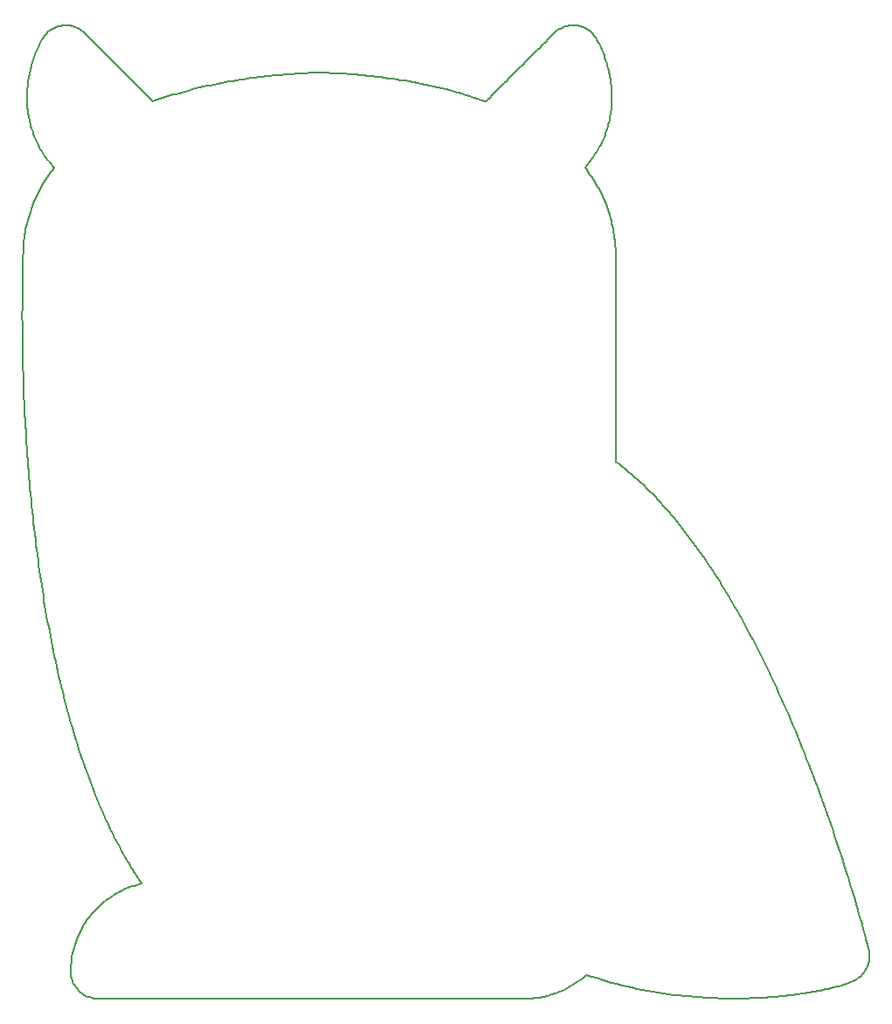
<source format=gm1>
G04 #@! TF.GenerationSoftware,KiCad,Pcbnew,7.0.2.1-36-g582732918d-dirty-deb11*
G04 #@! TF.CreationDate,2024-01-19T22:58:02+00:00*
G04 #@! TF.ProjectId,owlThief,6f776c54-6869-4656-962e-6b696361645f,rev?*
G04 #@! TF.SameCoordinates,Original*
G04 #@! TF.FileFunction,Profile,NP*
%FSLAX46Y46*%
G04 Gerber Fmt 4.6, Leading zero omitted, Abs format (unit mm)*
G04 Created by KiCad (PCBNEW 7.0.2.1-36-g582732918d-dirty-deb11) date 2024-01-19 22:58:02*
%MOMM*%
%LPD*%
G01*
G04 APERTURE LIST*
%ADD10C,0.200000*%
G04 #@! TA.AperFunction,Profile*
%ADD11C,0.200000*%
G04 #@! TD*
G04 APERTURE END LIST*
D10*
X187390259Y-29438955D02*
X187128690Y-29457352D01*
X186870884Y-29502626D01*
X186619098Y-29573580D01*
X186375591Y-29669020D01*
X186142620Y-29787751D01*
X185922445Y-29928578D01*
X185717322Y-30090307D01*
X185529512Y-30271741D01*
X185361271Y-30471687D01*
X185214858Y-30688950D01*
X185130492Y-30842822D01*
X237750000Y-43250000D02*
X237887214Y-43093033D01*
X238021279Y-42933313D01*
X238152146Y-42770913D01*
X238279763Y-42605906D01*
X238404081Y-42438366D01*
X238525048Y-42268364D01*
X238642615Y-42095974D01*
X238756730Y-41921268D01*
X238867344Y-41744320D01*
X238974406Y-41565203D01*
X239077866Y-41383989D01*
X239177673Y-41200752D01*
X239273777Y-41015564D01*
X239366126Y-40828498D01*
X239454672Y-40639627D01*
X239539364Y-40449025D01*
X239620150Y-40256763D01*
X239696981Y-40062915D01*
X239769806Y-39867554D01*
X239838574Y-39670753D01*
X239903236Y-39472585D01*
X239963741Y-39273122D01*
X240020039Y-39072438D01*
X240072078Y-38870605D01*
X240119809Y-38667697D01*
X240163181Y-38463786D01*
X240202144Y-38258945D01*
X240236647Y-38053247D01*
X240266639Y-37846766D01*
X240292072Y-37639573D01*
X240312893Y-37431742D01*
X240329053Y-37223347D01*
X191786168Y-123761921D02*
X193047995Y-123761812D01*
X194309823Y-123761734D01*
X195571652Y-123761682D01*
X196833480Y-123761654D01*
X198095309Y-123761647D01*
X199357139Y-123761657D01*
X200618968Y-123761681D01*
X201880798Y-123761717D01*
X203142628Y-123761760D01*
X204404458Y-123761809D01*
X205666288Y-123761860D01*
X206928118Y-123761910D01*
X208189948Y-123761956D01*
X209451779Y-123761994D01*
X210713609Y-123762022D01*
X211975439Y-123762037D01*
X213237268Y-123762035D01*
X214499098Y-123762013D01*
X215760928Y-123761969D01*
X217022757Y-123761899D01*
X218284586Y-123761800D01*
X219546414Y-123761669D01*
X220808243Y-123761503D01*
X222070070Y-123761300D01*
X223331898Y-123761054D01*
X224593725Y-123760765D01*
X225855551Y-123760428D01*
X227117377Y-123760041D01*
X228379202Y-123759600D01*
X229641027Y-123759103D01*
X230902851Y-123758545D01*
X232164675Y-123757926D01*
X245344003Y-75986389D02*
X245081106Y-75696328D01*
X244814890Y-75409280D01*
X244545357Y-75125330D01*
X244272508Y-74844561D01*
X243996346Y-74567057D01*
X243716873Y-74292904D01*
X243434091Y-74022186D01*
X243148003Y-73754987D01*
X242858610Y-73491391D01*
X242565915Y-73231484D01*
X242269919Y-72975349D01*
X241970625Y-72723070D01*
X241668036Y-72474733D01*
X241362153Y-72230422D01*
X241052978Y-71990221D01*
X240740515Y-71754215D01*
X215518251Y-34224659D02*
X215181124Y-34196468D01*
X214843769Y-34170367D01*
X214506209Y-34146517D01*
X214168471Y-34125082D01*
X213830579Y-34106225D01*
X213492559Y-34090110D01*
X213154435Y-34076900D01*
X212816232Y-34066759D01*
X212477976Y-34059848D01*
X212139691Y-34056333D01*
X211801403Y-34056376D01*
X211463137Y-34060140D01*
X211124917Y-34067789D01*
X210786770Y-34079487D01*
X210448719Y-34095395D01*
X210110790Y-34115679D01*
X228129394Y-36843670D02*
X227749132Y-36707069D01*
X227367573Y-36574575D01*
X226984757Y-36446130D01*
X226600726Y-36321677D01*
X226215519Y-36201159D01*
X225829176Y-36084518D01*
X225441739Y-35971697D01*
X225053248Y-35862638D01*
X224663742Y-35757284D01*
X224273263Y-35655577D01*
X223881851Y-35557460D01*
X223489546Y-35462876D01*
X223096389Y-35371768D01*
X222702420Y-35284077D01*
X222307680Y-35199747D01*
X221912209Y-35118720D01*
X221516047Y-35040938D01*
X221119236Y-34966345D01*
X220721814Y-34894882D01*
X220323824Y-34826493D01*
X219925304Y-34761120D01*
X219526296Y-34698706D01*
X219126840Y-34639193D01*
X218726977Y-34582524D01*
X218326746Y-34528641D01*
X217926189Y-34477487D01*
X217525346Y-34429005D01*
X217124257Y-34383137D01*
X216722962Y-34339825D01*
X216321503Y-34299014D01*
X215919919Y-34260644D01*
X215518251Y-34224659D01*
X185898321Y-42779856D02*
X186031714Y-42945755D01*
X186168648Y-43108753D01*
X186295752Y-43254656D01*
X238807341Y-30660553D02*
X238648418Y-30431773D01*
X238465220Y-30223375D01*
X238260514Y-30036645D01*
X238037067Y-29872873D01*
X237797647Y-29733349D01*
X237545019Y-29619359D01*
X237281952Y-29532194D01*
X237011211Y-29473143D01*
X236735565Y-29443493D01*
X236457781Y-29444534D01*
X236272770Y-29462916D01*
X184498973Y-79302892D02*
X184559794Y-79797091D01*
X184622177Y-80291133D01*
X184686152Y-80785002D01*
X184751749Y-81278685D01*
X184818997Y-81772168D01*
X184887928Y-82265435D01*
X184958569Y-82758473D01*
X185030952Y-83251267D01*
X185105106Y-83743804D01*
X185181062Y-84236068D01*
X185258848Y-84728046D01*
X185338495Y-85219723D01*
X185420032Y-85711086D01*
X185503490Y-86202119D01*
X185588898Y-86692808D01*
X185676287Y-87183139D01*
X185765686Y-87673099D01*
X185857124Y-88162672D01*
X185950633Y-88651844D01*
X186046241Y-89140601D01*
X186143979Y-89628929D01*
X186243876Y-90116814D01*
X186345962Y-90604240D01*
X186450268Y-91091195D01*
X186556823Y-91577663D01*
X186665656Y-92063630D01*
X186776799Y-92549083D01*
X186890280Y-93034006D01*
X187006129Y-93518386D01*
X187124377Y-94002208D01*
X187245053Y-94485458D01*
X187368188Y-94968122D01*
X183689849Y-36827816D02*
X183698581Y-37029601D01*
X183711454Y-37231127D01*
X183728442Y-37432318D01*
X183749522Y-37633099D01*
X183774666Y-37833392D01*
X183803851Y-38033123D01*
X183837051Y-38232215D01*
X183874240Y-38430593D01*
X183915394Y-38628179D01*
X183960488Y-38824900D01*
X184009497Y-39020678D01*
X184062394Y-39215437D01*
X184119155Y-39409103D01*
X184179756Y-39601598D01*
X184244170Y-39792847D01*
X184312372Y-39982774D01*
X184384338Y-40171303D01*
X184460042Y-40358359D01*
X184539460Y-40543864D01*
X184622565Y-40727744D01*
X184709332Y-40909922D01*
X184799738Y-41090322D01*
X184893755Y-41268869D01*
X184991360Y-41445487D01*
X185092527Y-41620099D01*
X185197231Y-41792630D01*
X185305447Y-41963003D01*
X185417149Y-42131144D01*
X185532313Y-42296975D01*
X185650913Y-42460421D01*
X185772924Y-42621407D01*
X185898321Y-42779856D01*
X183265079Y-61614467D02*
X183277839Y-62168629D01*
X183292275Y-62722745D01*
X183308386Y-63276809D01*
X183326170Y-63830817D01*
X183345625Y-64384765D01*
X183366752Y-64938649D01*
X183389549Y-65492464D01*
X183414015Y-66046206D01*
X183440149Y-66599870D01*
X183467949Y-67153452D01*
X183497414Y-67706949D01*
X183528544Y-68260355D01*
X183561338Y-68813667D01*
X183595793Y-69366880D01*
X183631910Y-69919990D01*
X183669687Y-70472992D01*
X183709122Y-71025882D01*
X183750216Y-71578656D01*
X183792966Y-72131310D01*
X183837371Y-72683839D01*
X183883431Y-73236239D01*
X183931145Y-73788505D01*
X183980511Y-74340634D01*
X184031528Y-74892621D01*
X184084195Y-75444462D01*
X184138511Y-75996152D01*
X184194474Y-76547688D01*
X184252085Y-77099064D01*
X184311341Y-77650277D01*
X184372242Y-78201322D01*
X184434786Y-78752195D01*
X184498973Y-79302892D01*
D11*
X187390259Y-29438950D02*
X187390259Y-29438950D01*
D10*
X186295752Y-43254656D02*
X186118703Y-43481554D01*
X185946665Y-43712170D01*
X185779676Y-43946385D01*
X185617773Y-44184085D01*
X185460996Y-44425150D01*
X185309383Y-44669464D01*
X185162972Y-44916910D01*
X185021801Y-45167372D01*
X184885909Y-45420731D01*
X184755334Y-45676871D01*
X184630115Y-45935675D01*
X184510289Y-46197025D01*
X184395895Y-46460806D01*
X184286971Y-46726899D01*
X184183556Y-46995188D01*
X184085688Y-47265555D01*
X183993405Y-47537884D01*
X183906746Y-47812057D01*
X183825749Y-48087958D01*
X183750453Y-48365469D01*
X183680894Y-48644473D01*
X183617113Y-48924854D01*
X183559147Y-49206494D01*
X183507035Y-49489276D01*
X183460815Y-49773083D01*
X183420525Y-50057799D01*
X183386203Y-50343305D01*
X183357889Y-50629485D01*
X183335620Y-50916223D01*
X183319434Y-51203400D01*
X183309370Y-51490900D01*
X183305467Y-51778606D01*
X210110790Y-34115679D02*
X209747784Y-34137092D01*
X209384869Y-34160653D01*
X209022065Y-34186378D01*
X208659392Y-34214288D01*
X208296870Y-34244399D01*
X207934519Y-34276731D01*
X207572359Y-34311302D01*
X207210411Y-34348131D01*
X206848696Y-34387236D01*
X206487232Y-34428636D01*
X206126041Y-34472348D01*
X205765142Y-34518392D01*
X205404555Y-34566786D01*
X205044302Y-34617548D01*
X204684402Y-34670697D01*
X204324875Y-34726252D01*
X203965742Y-34784231D01*
X203607023Y-34844652D01*
X203248737Y-34907534D01*
X202890906Y-34972895D01*
X202533549Y-35040754D01*
X202176686Y-35111129D01*
X201820338Y-35184039D01*
X201464526Y-35259502D01*
X201109268Y-35337537D01*
X200754586Y-35418163D01*
X200400499Y-35501397D01*
X200047028Y-35587258D01*
X199694193Y-35675765D01*
X199342015Y-35766935D01*
X198990512Y-35860789D01*
X198639707Y-35957344D01*
X240733927Y-51384552D02*
X240722822Y-51109282D01*
X240706023Y-50834348D01*
X240683571Y-50559852D01*
X240655504Y-50285898D01*
X240621862Y-50012586D01*
X240582685Y-49740020D01*
X240538011Y-49468301D01*
X240487879Y-49197532D01*
X240432330Y-48927815D01*
X240371403Y-48659253D01*
X240305137Y-48391947D01*
X240233572Y-48126000D01*
X240156746Y-47861515D01*
X240074699Y-47598594D01*
X239987471Y-47337338D01*
X239895101Y-47077850D01*
X239797629Y-46820233D01*
X239695093Y-46564589D01*
X239587533Y-46311020D01*
X239474989Y-46059628D01*
X239357499Y-45810516D01*
X239235104Y-45563786D01*
X239107843Y-45319541D01*
X238975754Y-45077882D01*
X238838878Y-44838911D01*
X238697253Y-44602732D01*
X238550920Y-44369446D01*
X238399918Y-44139156D01*
X238244285Y-43911964D01*
X238084061Y-43687973D01*
X237919286Y-43467284D01*
X237750000Y-43250000D01*
X189953411Y-123695259D02*
X190180169Y-123732771D01*
X190408209Y-123754761D01*
X190637222Y-123764821D01*
X190866902Y-123766544D01*
X191096943Y-123763522D01*
X191327039Y-123759350D01*
X191556882Y-123757618D01*
X191786168Y-123761921D01*
X237895208Y-121462831D02*
X238379576Y-121625295D01*
X238865850Y-121781528D01*
X239353959Y-121931560D01*
X239843830Y-122075421D01*
X240335392Y-122213142D01*
X240828571Y-122344754D01*
X241323296Y-122470286D01*
X241819496Y-122589770D01*
X242317097Y-122703236D01*
X242816028Y-122810714D01*
X243316217Y-122912235D01*
X243817591Y-123007830D01*
X244320078Y-123097529D01*
X244823607Y-123181362D01*
X245328105Y-123259360D01*
X245833500Y-123331554D01*
X246339720Y-123397973D01*
X246846693Y-123458650D01*
X247354347Y-123513613D01*
X247862610Y-123562894D01*
X248371409Y-123606523D01*
X248880673Y-123644530D01*
X249390330Y-123676947D01*
X249900306Y-123703803D01*
X250410531Y-123725129D01*
X250920933Y-123740956D01*
X251431438Y-123751314D01*
X251941975Y-123756234D01*
X252452472Y-123755745D01*
X252962857Y-123749880D01*
X253473057Y-123738667D01*
X253983002Y-123722139D01*
X192866930Y-109480617D02*
X192978442Y-109682642D01*
X193090981Y-109884103D01*
X193204560Y-110084983D01*
X193319196Y-110285264D01*
X193434902Y-110484928D01*
X193551693Y-110683958D01*
X193669585Y-110882335D01*
X193788592Y-111080043D01*
X193908729Y-111277063D01*
X194030011Y-111473378D01*
X194152452Y-111668969D01*
X194276068Y-111863821D01*
X194400873Y-112057913D01*
X194526883Y-112251230D01*
X194654112Y-112443753D01*
X194782575Y-112635465D01*
X198639707Y-35957344D02*
X198381007Y-36031430D01*
X198122781Y-36107177D01*
X197865060Y-36184643D01*
X197607880Y-36263882D01*
X197351274Y-36344950D01*
X197095275Y-36427904D01*
X196839918Y-36512800D01*
X196585235Y-36599694D01*
X196331262Y-36688641D01*
X196078031Y-36779698D01*
X195909640Y-36841603D01*
X252917543Y-86925727D02*
X252714624Y-86562206D01*
X252509966Y-86199524D01*
X252303524Y-85837736D01*
X252095254Y-85476897D01*
X251885113Y-85117065D01*
X251673057Y-84758295D01*
X251459042Y-84400643D01*
X251243024Y-84044165D01*
X251024960Y-83688917D01*
X250804805Y-83334955D01*
X250582517Y-82982335D01*
X250358051Y-82631112D01*
X250131363Y-82281343D01*
X249902410Y-81933084D01*
X249671148Y-81586391D01*
X249437534Y-81241319D01*
X249201522Y-80897925D01*
X248963071Y-80556265D01*
X248722135Y-80216394D01*
X248478672Y-79878369D01*
X248232636Y-79542245D01*
X247983986Y-79208079D01*
X247732676Y-78875926D01*
X247478663Y-78545842D01*
X247221904Y-78217884D01*
X246962354Y-77892107D01*
X246699969Y-77568568D01*
X246434707Y-77247322D01*
X246166523Y-76928425D01*
X245895373Y-76611933D01*
X245621215Y-76297902D01*
X245344003Y-75986389D01*
X262392387Y-122556151D02*
X262617521Y-122490091D01*
X262843831Y-122421353D01*
X263069714Y-122348106D01*
X263293565Y-122268517D01*
X263513780Y-122180755D01*
X263728755Y-122082987D01*
X263936886Y-121973382D01*
X264136569Y-121850107D01*
X264326199Y-121711330D01*
X264504173Y-121555220D01*
X264615555Y-121440612D01*
X234552178Y-30423671D02*
X234351330Y-30624179D01*
X234150496Y-30824696D01*
X233949674Y-31025222D01*
X233748864Y-31225758D01*
X233548065Y-31426302D01*
X233347278Y-31626855D01*
X233146502Y-31827416D01*
X232945736Y-32027986D01*
X232744981Y-32228564D01*
X232544235Y-32429149D01*
X232343497Y-32629742D01*
X232142769Y-32830343D01*
X231942049Y-33030951D01*
X231741337Y-33231567D01*
X231540633Y-33432189D01*
X231339935Y-33632818D01*
X231139244Y-33833454D01*
X230938559Y-34034097D01*
X230737881Y-34234745D01*
X230537207Y-34435400D01*
X230336539Y-34636061D01*
X230135875Y-34836727D01*
X229935215Y-35037399D01*
X229734559Y-35238077D01*
X229533906Y-35438759D01*
X229333256Y-35639447D01*
X229132609Y-35840140D01*
X228931963Y-36040837D01*
X228731319Y-36241539D01*
X228530677Y-36442245D01*
X228330035Y-36642955D01*
X228129394Y-36843670D01*
X253983002Y-123722139D02*
X254248356Y-123710242D01*
X254513724Y-123697138D01*
X254779086Y-123682788D01*
X255044425Y-123667156D01*
X255309723Y-123650203D01*
X255574962Y-123631893D01*
X255840126Y-123612187D01*
X256105194Y-123591048D01*
X256370151Y-123568438D01*
X256634979Y-123544321D01*
X256899658Y-123518657D01*
X257164173Y-123491411D01*
X257428504Y-123462543D01*
X257692635Y-123432017D01*
X257956547Y-123399796D01*
X258220223Y-123365840D01*
X258483644Y-123330114D01*
X258746794Y-123292579D01*
X259009654Y-123253198D01*
X259272206Y-123211933D01*
X259534434Y-123168747D01*
X259796318Y-123123602D01*
X260057841Y-123076460D01*
X260318986Y-123027285D01*
X260579735Y-122976038D01*
X260840070Y-122922682D01*
X261099973Y-122867179D01*
X261359426Y-122809492D01*
X261618411Y-122749583D01*
X261876912Y-122687415D01*
X262134910Y-122622950D01*
X262392387Y-122556151D01*
X260469929Y-103794911D02*
X260269547Y-103252811D01*
X260067288Y-102711340D01*
X259863108Y-102170530D01*
X259656966Y-101630415D01*
X259448819Y-101091028D01*
X259238625Y-100552404D01*
X259026344Y-100014575D01*
X258811931Y-99477576D01*
X258595346Y-98941439D01*
X258376546Y-98406199D01*
X258155490Y-97871890D01*
X257932134Y-97338543D01*
X257706438Y-96806194D01*
X257478359Y-96274876D01*
X257247856Y-95744623D01*
X257014885Y-95215467D01*
X256779405Y-94687443D01*
X256541374Y-94160585D01*
X256300750Y-93634925D01*
X256057491Y-93110498D01*
X255811555Y-92587336D01*
X255562900Y-92065474D01*
X255311484Y-91544946D01*
X255057264Y-91025784D01*
X254800199Y-90508023D01*
X254540246Y-89991696D01*
X254277364Y-89476836D01*
X254011511Y-88963477D01*
X253742644Y-88451653D01*
X253470722Y-87941398D01*
X253195702Y-87432744D01*
X252917543Y-86925727D01*
X264615555Y-121440612D02*
X264779855Y-121252667D01*
X264923528Y-121049806D01*
X265046207Y-120834136D01*
X265147523Y-120607761D01*
X265227108Y-120372787D01*
X265284593Y-120131320D01*
X265319610Y-119885464D01*
X265331792Y-119637326D01*
X265320770Y-119389011D01*
X265286175Y-119142624D01*
X265249835Y-118980478D01*
X185130492Y-30842822D02*
X184952020Y-31188187D01*
X184784544Y-31539203D01*
X184628234Y-31895479D01*
X184483261Y-32256624D01*
X184349795Y-32622247D01*
X184228006Y-32991957D01*
X184118065Y-33365362D01*
X184020142Y-33742073D01*
X183934407Y-34121697D01*
X183861031Y-34503844D01*
X183800184Y-34888123D01*
X183752037Y-35274144D01*
X183716759Y-35661514D01*
X183694522Y-36049843D01*
X183685495Y-36438741D01*
X183689849Y-36827816D01*
X183305467Y-51778606D02*
X183297487Y-52085905D01*
X183289853Y-52393215D01*
X183282575Y-52700535D01*
X183275659Y-53007865D01*
X183269116Y-53315203D01*
X183262954Y-53622550D01*
X183257182Y-53929904D01*
X183251809Y-54237265D01*
X183246842Y-54544633D01*
X183242291Y-54852006D01*
X183238166Y-55159385D01*
X183234473Y-55466768D01*
X183231223Y-55774155D01*
X183228423Y-56081546D01*
X183226083Y-56388939D01*
X183224211Y-56696335D01*
X183222817Y-57003732D01*
X183221908Y-57311130D01*
X183221493Y-57618528D01*
X183221582Y-57925926D01*
X183222183Y-58233324D01*
X183223305Y-58540720D01*
X183224955Y-58848113D01*
X183227145Y-59155505D01*
X183229881Y-59462893D01*
X183233172Y-59770277D01*
X183237028Y-60077656D01*
X183241457Y-60385031D01*
X183246468Y-60692400D01*
X183252069Y-60999762D01*
X183258270Y-61307118D01*
X183265079Y-61614467D01*
X187368188Y-94968122D02*
X187491872Y-95437847D01*
X187617989Y-95907086D01*
X187746606Y-96375783D01*
X187877790Y-96843882D01*
X188011609Y-97311327D01*
X188148130Y-97778063D01*
X188287421Y-98244032D01*
X188429549Y-98709180D01*
X188574581Y-99173450D01*
X188722585Y-99636786D01*
X188873627Y-100099132D01*
X189027777Y-100560432D01*
X189185100Y-101020631D01*
X189345665Y-101479672D01*
X189509538Y-101937499D01*
X189676788Y-102394057D01*
X189847481Y-102849289D01*
X190021685Y-103303139D01*
X190199467Y-103755551D01*
X190380895Y-104206470D01*
X190566037Y-104655840D01*
X190754958Y-105103603D01*
X190947728Y-105549705D01*
X191144413Y-105994090D01*
X191345080Y-106436701D01*
X191549798Y-106877482D01*
X191758633Y-107316378D01*
X191971653Y-107753333D01*
X192188925Y-108188290D01*
X192410517Y-108621194D01*
X192636496Y-109051988D01*
X192866930Y-109480617D01*
X236272770Y-29462916D02*
X236023937Y-29507045D01*
X235782571Y-29576902D01*
X235549761Y-29670474D01*
X235326596Y-29785751D01*
X235114165Y-29920721D01*
X234913559Y-30073372D01*
X234725867Y-30241692D01*
X234552178Y-30423671D01*
X189135430Y-30083107D02*
X188949304Y-29933060D01*
X188750618Y-29802696D01*
X188541077Y-29692106D01*
X188322388Y-29601381D01*
X188096256Y-29530612D01*
X187864387Y-29479889D01*
X187628486Y-29449305D01*
X187390259Y-29438950D01*
X195909640Y-36841603D02*
X195697924Y-36630428D01*
X195486287Y-36419170D01*
X195274721Y-36207838D01*
X195063218Y-35996439D01*
X194851770Y-35784982D01*
X194640369Y-35573474D01*
X194429008Y-35361924D01*
X194217680Y-35150340D01*
X194006376Y-34938730D01*
X193795088Y-34727102D01*
X193583810Y-34515463D01*
X193372533Y-34303823D01*
X193161250Y-34092190D01*
X192949953Y-33880570D01*
X192738634Y-33668973D01*
X192527285Y-33457407D01*
X192315900Y-33245879D01*
X192104470Y-33034398D01*
X191892987Y-32822972D01*
X191681444Y-32611609D01*
X191469833Y-32400316D01*
X191258146Y-32189103D01*
X191046376Y-31977978D01*
X190834515Y-31766947D01*
X190622556Y-31556020D01*
X190410490Y-31345205D01*
X190198310Y-31134509D01*
X189986008Y-30923940D01*
X189773577Y-30713508D01*
X189561009Y-30503219D01*
X189348295Y-30293083D01*
X189135430Y-30083107D01*
X188988936Y-116982132D02*
X188855912Y-117235378D01*
X188731227Y-117492933D01*
X188614995Y-117754495D01*
X188507330Y-118019761D01*
X188408345Y-118288428D01*
X188318157Y-118560194D01*
X188236879Y-118834756D01*
X188164626Y-119111811D01*
X188101511Y-119391057D01*
X188047650Y-119672191D01*
X188003157Y-119954910D01*
X187968145Y-120238912D01*
X187942731Y-120523895D01*
X187927027Y-120809555D01*
X187921148Y-121095589D01*
X187925210Y-121381697D01*
X265249835Y-118980478D02*
X265123194Y-118499180D01*
X264994978Y-118018304D01*
X264865198Y-117537850D01*
X264733864Y-117057821D01*
X264600988Y-116578217D01*
X264466580Y-116099041D01*
X264330650Y-115620292D01*
X264193211Y-115141974D01*
X264054272Y-114664087D01*
X263913845Y-114186632D01*
X263771941Y-113709611D01*
X263628570Y-113233026D01*
X263483744Y-112756877D01*
X263337472Y-112281167D01*
X263189767Y-111805896D01*
X263040639Y-111331067D01*
X262890098Y-110856679D01*
X262738156Y-110382736D01*
X262584824Y-109909238D01*
X262430112Y-109436186D01*
X262274032Y-108963582D01*
X262116594Y-108491428D01*
X261957809Y-108019725D01*
X261797688Y-107548473D01*
X261636242Y-107077676D01*
X261473481Y-106607333D01*
X261309417Y-106137447D01*
X261144061Y-105668018D01*
X260977423Y-105199049D01*
X260809514Y-104730540D01*
X260640346Y-104262494D01*
X260469929Y-103794911D01*
X187925210Y-121381697D02*
X187948909Y-121587234D01*
X187990145Y-121789231D01*
X188048106Y-121986706D01*
X188121978Y-122178675D01*
X188210946Y-122364156D01*
X188314199Y-122542166D01*
X188430922Y-122711724D01*
X188560303Y-122871847D01*
X188701528Y-123021552D01*
X188853783Y-123159856D01*
X189016256Y-123285778D01*
X189188132Y-123398335D01*
X189368599Y-123496543D01*
X189556844Y-123579422D01*
X189752052Y-123645988D01*
X189953411Y-123695259D01*
X232164675Y-123757926D02*
X232558869Y-123741644D01*
X232951745Y-123707143D01*
X233342555Y-123654695D01*
X233730554Y-123584568D01*
X234114993Y-123497036D01*
X234495125Y-123392368D01*
X234870204Y-123270835D01*
X235239481Y-123132709D01*
X235602211Y-122978260D01*
X235957645Y-122807758D01*
X236305036Y-122621476D01*
X236643638Y-122419684D01*
X236972704Y-122202652D01*
X237291485Y-121970652D01*
X237599235Y-121723955D01*
X237895208Y-121462831D01*
X194782575Y-112635465D02*
X194554813Y-112687796D01*
X194328747Y-112746499D01*
X194104507Y-112811475D01*
X193882226Y-112882625D01*
X193662035Y-112959851D01*
X193444067Y-113043055D01*
X193228452Y-113132139D01*
X193015324Y-113227003D01*
X192804814Y-113327550D01*
X192597053Y-113433681D01*
X192392174Y-113545297D01*
X192190309Y-113662301D01*
X191991588Y-113784593D01*
X191796146Y-113912076D01*
X191604112Y-114044651D01*
X191415620Y-114182219D01*
X191230800Y-114324683D01*
X191049785Y-114471943D01*
X190872707Y-114623901D01*
X190699698Y-114780460D01*
X190530889Y-114941520D01*
X190366412Y-115106983D01*
X190206400Y-115276751D01*
X190050983Y-115450725D01*
X189900295Y-115628806D01*
X189754466Y-115810898D01*
X189613629Y-115996900D01*
X189477916Y-116186715D01*
X189347458Y-116380244D01*
X189222387Y-116577388D01*
X189102836Y-116778050D01*
X188988936Y-116982132D01*
X240329053Y-37223347D02*
X240341276Y-37010100D01*
X240349326Y-36796735D01*
X240353234Y-36583316D01*
X240353032Y-36369909D01*
X240348751Y-36156576D01*
X240340424Y-35943383D01*
X240328082Y-35730394D01*
X240311756Y-35517674D01*
X240291479Y-35305287D01*
X240267281Y-35093298D01*
X240239196Y-34881770D01*
X240207253Y-34670769D01*
X240171486Y-34460358D01*
X240131926Y-34250603D01*
X240088604Y-34041568D01*
X240041553Y-33833317D01*
X239990803Y-33625915D01*
X239936387Y-33419425D01*
X239878336Y-33213914D01*
X239816682Y-33009444D01*
X239751457Y-32806081D01*
X239682693Y-32603889D01*
X239610420Y-32402932D01*
X239534671Y-32203276D01*
X239455478Y-32004983D01*
X239372872Y-31808120D01*
X239286885Y-31612749D01*
X239197548Y-31418937D01*
X239104893Y-31226746D01*
X239008953Y-31036242D01*
X238909758Y-30847490D01*
X238807341Y-30660553D01*
X240740515Y-71754215D02*
X240740390Y-71117664D01*
X240740310Y-70481113D01*
X240740270Y-69844560D01*
X240740265Y-69208007D01*
X240740290Y-68571453D01*
X240740340Y-67934898D01*
X240740409Y-67298343D01*
X240740494Y-66661788D01*
X240740588Y-66025231D01*
X240740687Y-65388675D01*
X240740786Y-64752119D01*
X240740879Y-64115562D01*
X240740962Y-63479005D01*
X240741030Y-62842449D01*
X240741078Y-62205892D01*
X240741100Y-61569336D01*
X240741092Y-60932780D01*
X240741049Y-60296225D01*
X240740965Y-59659670D01*
X240740837Y-59023116D01*
X240740657Y-58386563D01*
X240740423Y-57750010D01*
X240740127Y-57113459D01*
X240739767Y-56476908D01*
X240739336Y-55840359D01*
X240738830Y-55203810D01*
X240738243Y-54567263D01*
X240737571Y-53930718D01*
X240736808Y-53294174D01*
X240735950Y-52657631D01*
X240734991Y-52021091D01*
X240733927Y-51384552D01*
M02*

</source>
